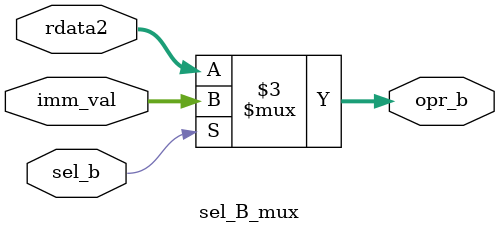
<source format=sv>
module sel_B_mux
(
    input  logic [31:0] rdata2,
    input  logic [31:0] imm_val,
    input  logic        sel_b,
    output logic [31:0] opr_b
);

    always_comb
    begin
        if (sel_b)
        opr_b = imm_val;
        else
        opr_b = rdata2;
    end

endmodule
</source>
